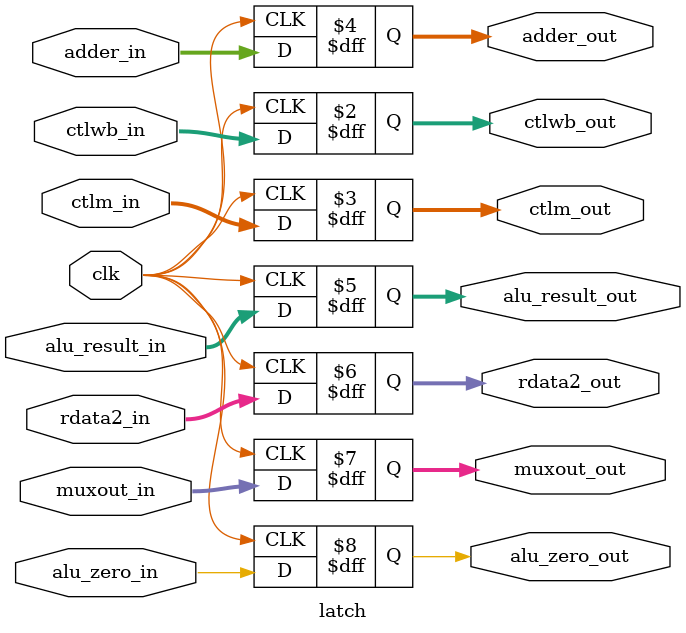
<source format=v>
`timescale 1ns / 1ps


module latch(
    input clk,
    input [1:0] ctlwb_in,
    input [1:0] ctlm_in,
    input [31:0] adder_in,
    input [31:0] alu_result_in,
    input [31:0] rdata2_in,
    input [4:0] muxout_in,
    input alu_zero_in,
    output reg [1:0] ctlwb_out,
    output reg [1:0] ctlm_out,
    output reg [31:0] adder_out,
    output reg [31:0] alu_result_out,
    output reg [31:0] rdata2_out,
    output reg [4:0] muxout_out,
    output reg alu_zero_out
    );
    
    always @(posedge clk) begin
        ctlwb_out <= ctlwb_in;
        ctlm_out <= ctlm_in;
        adder_out <= adder_in;
        alu_result_out <= alu_result_in;
        rdata2_out <= rdata2_in;
        muxout_out <= muxout_in;
        alu_zero_out <= alu_zero_in;
    end
    
endmodule

</source>
